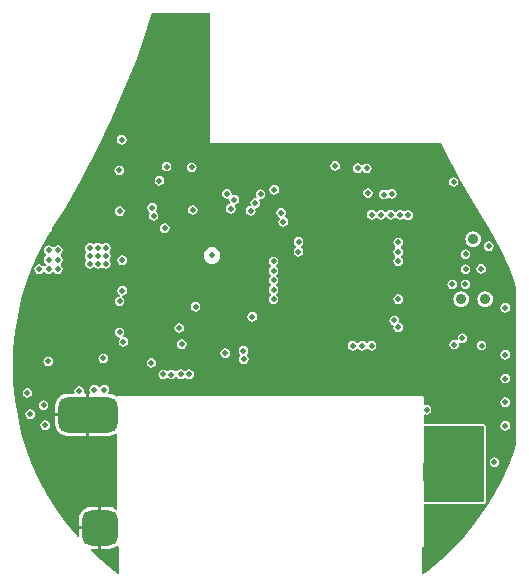
<source format=gtl>
G04*
G04 #@! TF.GenerationSoftware,Altium Limited,Altium Designer,19.1.9 (167)*
G04*
G04 Layer_Physical_Order=1*
G04 Layer_Color=255*
%FSAX25Y25*%
%MOIN*%
G70*
G01*
G75*
%ADD11C,0.00598*%
G04:AMPARAMS|DCode=12|XSize=118.11mil|YSize=118.11mil|CornerRadius=29.53mil|HoleSize=0mil|Usage=FLASHONLY|Rotation=90.000|XOffset=0mil|YOffset=0mil|HoleType=Round|Shape=RoundedRectangle|*
%AMROUNDEDRECTD12*
21,1,0.11811,0.05906,0,0,90.0*
21,1,0.05906,0.11811,0,0,90.0*
1,1,0.05906,0.02953,0.02953*
1,1,0.05906,0.02953,-0.02953*
1,1,0.05906,-0.02953,-0.02953*
1,1,0.05906,-0.02953,0.02953*
%
%ADD12ROUNDEDRECTD12*%
G04:AMPARAMS|DCode=13|XSize=118.11mil|YSize=196.85mil|CornerRadius=29.53mil|HoleSize=0mil|Usage=FLASHONLY|Rotation=90.000|XOffset=0mil|YOffset=0mil|HoleType=Round|Shape=RoundedRectangle|*
%AMROUNDEDRECTD13*
21,1,0.11811,0.13780,0,0,90.0*
21,1,0.05906,0.19685,0,0,90.0*
1,1,0.05906,0.06890,0.02953*
1,1,0.05906,0.06890,-0.02953*
1,1,0.05906,-0.06890,-0.02953*
1,1,0.05906,-0.06890,0.02953*
%
%ADD13ROUNDEDRECTD13*%
%ADD18R,0.20039X0.25472*%
%ADD19C,0.01968*%
%ADD20C,0.03543*%
G36*
X0765650Y3324228D02*
X0842608D01*
X0843603Y3322147D01*
X0848695Y3312413D01*
X0854131Y3302867D01*
X0858503Y3295789D01*
X0858503Y3295789D01*
X0858473Y3295770D01*
X0858729Y3295359D01*
X0860241Y3292926D01*
X0862895Y3287963D01*
X0865217Y3282836D01*
X0867200Y3277568D01*
X0867679Y3275988D01*
Y3223854D01*
X0867200Y3222274D01*
X0865217Y3217007D01*
X0862895Y3211880D01*
X0860241Y3206916D01*
X0857269Y3202137D01*
X0853991Y3197561D01*
X0850420Y3193211D01*
X0846573Y3189103D01*
X0842465Y3185255D01*
X0838114Y3181685D01*
X0836568Y3180577D01*
X0836123Y3180805D01*
X0836123Y3189405D01*
X0836582Y3189595D01*
X0836772Y3190054D01*
Y3203775D01*
X0856792D01*
X0857251Y3203965D01*
X0857442Y3204424D01*
Y3229897D01*
X0857251Y3230356D01*
X0856792Y3230546D01*
X0836772D01*
Y3233474D01*
X0837272Y3233767D01*
X0837737Y3233675D01*
X0838355Y3233798D01*
X0838879Y3234148D01*
X0839229Y3234672D01*
X0839352Y3235291D01*
X0839229Y3235909D01*
X0838879Y3236433D01*
X0838355Y3236783D01*
X0837737Y3236906D01*
X0837272Y3236813D01*
X0836772Y3237107D01*
Y3239346D01*
X0836582Y3239805D01*
X0836123Y3239995D01*
X0735335D01*
X0734876Y3239805D01*
X0734280Y3239672D01*
X0733746Y3240082D01*
X0732785Y3240480D01*
X0731805Y3240609D01*
X0731701Y3240759D01*
X0731569Y3241116D01*
X0731788Y3241444D01*
X0731911Y3242062D01*
X0731788Y3242680D01*
X0731438Y3243204D01*
X0730914Y3243555D01*
X0730296Y3243678D01*
X0729678Y3243555D01*
X0729154Y3243204D01*
X0728906Y3242834D01*
X0728408Y3242795D01*
X0728338Y3242815D01*
X0728131Y3243126D01*
X0727607Y3243476D01*
X0726989Y3243599D01*
X0726371Y3243476D01*
X0725847Y3243126D01*
X0725497Y3242602D01*
X0725374Y3241983D01*
X0725497Y3241365D01*
X0725663Y3241116D01*
X0725396Y3240616D01*
X0725363D01*
Y3233677D01*
Y3226737D01*
X0731753D01*
X0732785Y3226873D01*
X0733746Y3227271D01*
X0734186Y3227608D01*
X0734686Y3227362D01*
X0734686Y3202274D01*
X0734186Y3202028D01*
X0733746Y3202365D01*
X0732785Y3202764D01*
X0731753Y3202900D01*
X0729300D01*
Y3195960D01*
Y3189020D01*
X0731753D01*
X0732785Y3189156D01*
X0733746Y3189554D01*
X0734224Y3189921D01*
X0734815Y3189744D01*
X0734876Y3189595D01*
X0735335Y3189405D01*
Y3180841D01*
X0734891Y3180613D01*
X0733394Y3181685D01*
X0729044Y3185255D01*
X0725516Y3188560D01*
X0725740Y3189034D01*
X0725847Y3189020D01*
X0728300D01*
Y3195460D01*
X0721860D01*
Y3193118D01*
X0721425Y3192851D01*
X0721088Y3193211D01*
X0717518Y3197561D01*
X0714239Y3202137D01*
X0711267Y3206916D01*
X0708614Y3211880D01*
X0706291Y3217007D01*
X0704309Y3222274D01*
X0702675Y3227660D01*
X0701397Y3233141D01*
X0700480Y3238695D01*
X0699928Y3244296D01*
X0699744Y3249921D01*
X0699928Y3255547D01*
X0700480Y3261148D01*
X0701397Y3266701D01*
X0702675Y3272182D01*
X0704309Y3277568D01*
X0706291Y3282836D01*
X0708614Y3287963D01*
X0711267Y3292926D01*
X0712780Y3295359D01*
X0713035Y3295770D01*
X0713005Y3295789D01*
Y3295789D01*
X0717378Y3302867D01*
X0722814Y3312413D01*
X0727906Y3322147D01*
X0732647Y3332057D01*
X0737031Y3342130D01*
X0741053Y3352353D01*
X0744708Y3362712D01*
X0746180Y3367412D01*
X0765650D01*
Y3324228D01*
D02*
G37*
%LPC*%
G36*
X0736162Y3326945D02*
X0735544Y3326822D01*
X0735020Y3326472D01*
X0734670Y3325948D01*
X0734547Y3325330D01*
X0734670Y3324712D01*
X0735020Y3324188D01*
X0735544Y3323838D01*
X0736162Y3323714D01*
X0736780Y3323838D01*
X0737304Y3324188D01*
X0737654Y3324712D01*
X0737778Y3325330D01*
X0737654Y3325948D01*
X0737304Y3326472D01*
X0736780Y3326822D01*
X0736162Y3326945D01*
D02*
G37*
G36*
X0807271Y3318205D02*
X0806653Y3318082D01*
X0806129Y3317732D01*
X0805779Y3317208D01*
X0805656Y3316590D01*
X0805779Y3315972D01*
X0806129Y3315448D01*
X0806653Y3315097D01*
X0807271Y3314975D01*
X0807889Y3315097D01*
X0808414Y3315448D01*
X0808764Y3315972D01*
X0808887Y3316590D01*
X0808764Y3317208D01*
X0808414Y3317732D01*
X0807889Y3318082D01*
X0807271Y3318205D01*
D02*
G37*
G36*
X0751084Y3317969D02*
X0750465Y3317846D01*
X0749941Y3317496D01*
X0749591Y3316972D01*
X0749468Y3316354D01*
X0749591Y3315735D01*
X0749941Y3315211D01*
X0750465Y3314861D01*
X0751084Y3314738D01*
X0751702Y3314861D01*
X0752226Y3315211D01*
X0752576Y3315735D01*
X0752699Y3316354D01*
X0752576Y3316972D01*
X0752226Y3317496D01*
X0751702Y3317846D01*
X0751084Y3317969D01*
D02*
G37*
G36*
X0759469Y3317693D02*
X0758851Y3317570D01*
X0758327Y3317220D01*
X0757977Y3316696D01*
X0757854Y3316078D01*
X0757977Y3315460D01*
X0758327Y3314936D01*
X0758851Y3314585D01*
X0759469Y3314463D01*
X0760087Y3314585D01*
X0760611Y3314936D01*
X0760962Y3315460D01*
X0761085Y3316078D01*
X0760962Y3316696D01*
X0760611Y3317220D01*
X0760087Y3317570D01*
X0759469Y3317693D01*
D02*
G37*
G36*
X0814784Y3317457D02*
X0814166Y3317334D01*
X0813642Y3316984D01*
X0813292Y3316460D01*
X0813169Y3315842D01*
X0813292Y3315224D01*
X0813642Y3314700D01*
X0814166Y3314349D01*
X0814784Y3314227D01*
X0815402Y3314349D01*
X0815926Y3314700D01*
X0815953Y3314740D01*
X0816555D01*
X0816634Y3314621D01*
X0817158Y3314271D01*
X0817776Y3314148D01*
X0818394Y3314271D01*
X0818919Y3314621D01*
X0819269Y3315145D01*
X0819392Y3315763D01*
X0819269Y3316381D01*
X0818919Y3316905D01*
X0818394Y3317255D01*
X0817776Y3317378D01*
X0817158Y3317255D01*
X0816634Y3316905D01*
X0816607Y3316865D01*
X0816006D01*
X0815926Y3316984D01*
X0815402Y3317334D01*
X0814784Y3317457D01*
D02*
G37*
G36*
X0735257Y3316709D02*
X0734639Y3316586D01*
X0734115Y3316236D01*
X0733764Y3315712D01*
X0733641Y3315094D01*
X0733764Y3314476D01*
X0734115Y3313951D01*
X0734639Y3313601D01*
X0735257Y3313478D01*
X0735875Y3313601D01*
X0736399Y3313951D01*
X0736749Y3314476D01*
X0736872Y3315094D01*
X0736749Y3315712D01*
X0736399Y3316236D01*
X0735875Y3316586D01*
X0735257Y3316709D01*
D02*
G37*
G36*
X0748682Y3313244D02*
X0748064Y3313121D01*
X0747540Y3312771D01*
X0747190Y3312247D01*
X0747067Y3311629D01*
X0747190Y3311011D01*
X0747540Y3310487D01*
X0748064Y3310137D01*
X0748682Y3310014D01*
X0749300Y3310137D01*
X0749824Y3310487D01*
X0750174Y3311011D01*
X0750297Y3311629D01*
X0750174Y3312247D01*
X0749824Y3312771D01*
X0749300Y3313121D01*
X0748682Y3313244D01*
D02*
G37*
G36*
X0846713Y3312851D02*
X0846095Y3312727D01*
X0845571Y3312377D01*
X0845221Y3311853D01*
X0845098Y3311235D01*
X0845221Y3310617D01*
X0845571Y3310093D01*
X0846095Y3309743D01*
X0846713Y3309620D01*
X0847331Y3309743D01*
X0847855Y3310093D01*
X0848205Y3310617D01*
X0848328Y3311235D01*
X0848205Y3311853D01*
X0847855Y3312377D01*
X0847331Y3312727D01*
X0846713Y3312851D01*
D02*
G37*
G36*
X0826202Y3308953D02*
X0825583Y3308830D01*
X0825059Y3308480D01*
X0825009Y3308405D01*
X0824371Y3308349D01*
X0824064Y3308554D01*
X0823446Y3308678D01*
X0822828Y3308554D01*
X0822303Y3308204D01*
X0821953Y3307681D01*
X0821830Y3307062D01*
X0821953Y3306444D01*
X0822303Y3305920D01*
X0822828Y3305570D01*
X0823446Y3305447D01*
X0824064Y3305570D01*
X0824588Y3305920D01*
X0824772Y3306195D01*
X0825059D01*
X0825583Y3305846D01*
X0826202Y3305722D01*
X0826820Y3305846D01*
X0827344Y3306195D01*
X0827694Y3306720D01*
X0827817Y3307338D01*
X0827694Y3307956D01*
X0827344Y3308480D01*
X0826820Y3308830D01*
X0826202Y3308953D01*
D02*
G37*
G36*
X0786989Y3310252D02*
X0786371Y3310129D01*
X0785847Y3309779D01*
X0785497Y3309255D01*
X0785373Y3308637D01*
X0785497Y3308018D01*
X0785847Y3307494D01*
X0786371Y3307145D01*
X0786989Y3307021D01*
X0787607Y3307145D01*
X0788131Y3307494D01*
X0788481Y3308018D01*
X0788604Y3308637D01*
X0788481Y3309255D01*
X0788131Y3309779D01*
X0787607Y3310129D01*
X0786989Y3310252D01*
D02*
G37*
G36*
X0818195Y3309174D02*
X0817577Y3309052D01*
X0817052Y3308701D01*
X0816702Y3308178D01*
X0816579Y3307559D01*
X0816702Y3306941D01*
X0817052Y3306417D01*
X0817577Y3306067D01*
X0818195Y3305944D01*
X0818813Y3306067D01*
X0819337Y3306417D01*
X0819687Y3306941D01*
X0819810Y3307559D01*
X0819687Y3308178D01*
X0819337Y3308701D01*
X0818813Y3309052D01*
X0818195Y3309174D01*
D02*
G37*
G36*
X0782422Y3308756D02*
X0781804Y3308633D01*
X0781280Y3308283D01*
X0780930Y3307759D01*
X0780807Y3307141D01*
X0780930Y3306523D01*
X0781164Y3306172D01*
X0780864Y3305722D01*
X0780650Y3305764D01*
X0780032Y3305641D01*
X0779508Y3305291D01*
X0779158Y3304767D01*
X0779035Y3304149D01*
X0779113Y3303756D01*
X0779109Y3303491D01*
X0778767Y3303217D01*
X0778487Y3303161D01*
X0777963Y3302811D01*
X0777613Y3302287D01*
X0777490Y3301669D01*
X0777613Y3301051D01*
X0777963Y3300526D01*
X0778487Y3300176D01*
X0779105Y3300053D01*
X0779723Y3300176D01*
X0780247Y3300526D01*
X0780597Y3301051D01*
X0780720Y3301669D01*
X0780642Y3302061D01*
X0780647Y3302326D01*
X0780989Y3302601D01*
X0781269Y3302657D01*
X0781793Y3303007D01*
X0782143Y3303531D01*
X0782266Y3304149D01*
X0782143Y3304767D01*
X0781908Y3305118D01*
X0782209Y3305568D01*
X0782422Y3305526D01*
X0783040Y3305648D01*
X0783564Y3305999D01*
X0783914Y3306523D01*
X0784037Y3307141D01*
X0783914Y3307759D01*
X0783564Y3308283D01*
X0783040Y3308633D01*
X0782422Y3308756D01*
D02*
G37*
G36*
X0828898Y3301937D02*
X0828280Y3301814D01*
X0827756Y3301464D01*
X0827624Y3301267D01*
X0827023D01*
X0826891Y3301464D01*
X0826367Y3301814D01*
X0825749Y3301937D01*
X0825131Y3301814D01*
X0824607Y3301464D01*
X0824455Y3301237D01*
X0823854D01*
X0823702Y3301464D01*
X0823178Y3301814D01*
X0822560Y3301937D01*
X0821942Y3301814D01*
X0821418Y3301464D01*
X0821305Y3301296D01*
X0820704D01*
X0820592Y3301464D01*
X0820068Y3301814D01*
X0819450Y3301937D01*
X0818832Y3301814D01*
X0818307Y3301464D01*
X0817957Y3300940D01*
X0817834Y3300322D01*
X0817957Y3299704D01*
X0818307Y3299180D01*
X0818832Y3298830D01*
X0819450Y3298707D01*
X0820068Y3298830D01*
X0820592Y3299180D01*
X0820704Y3299348D01*
X0821305D01*
X0821418Y3299180D01*
X0821942Y3298830D01*
X0822560Y3298707D01*
X0823178Y3298830D01*
X0823702Y3299180D01*
X0823854Y3299407D01*
X0824455D01*
X0824607Y3299180D01*
X0825131Y3298830D01*
X0825749Y3298707D01*
X0826367Y3298830D01*
X0826891Y3299180D01*
X0827023Y3299377D01*
X0827624D01*
X0827756Y3299180D01*
X0828280Y3298830D01*
X0828898Y3298707D01*
X0829517Y3298830D01*
X0829859Y3299059D01*
X0830453Y3299070D01*
X0830977Y3298719D01*
X0831595Y3298597D01*
X0832213Y3298719D01*
X0832738Y3299070D01*
X0833088Y3299594D01*
X0833211Y3300212D01*
X0833088Y3300830D01*
X0832738Y3301354D01*
X0832213Y3301704D01*
X0831595Y3301827D01*
X0830977Y3301704D01*
X0830635Y3301475D01*
X0830041Y3301464D01*
X0829517Y3301814D01*
X0828898Y3301937D01*
D02*
G37*
G36*
X0771202Y3308953D02*
X0770583Y3308830D01*
X0770059Y3308480D01*
X0769709Y3307956D01*
X0769586Y3307338D01*
X0769709Y3306720D01*
X0770059Y3306195D01*
X0770583Y3305846D01*
X0771202Y3305722D01*
X0771571Y3305796D01*
X0772002Y3305415D01*
X0772004Y3305411D01*
X0771988Y3305330D01*
X0772111Y3304712D01*
X0772299Y3304430D01*
X0772091Y3303880D01*
X0771843Y3303830D01*
X0771319Y3303480D01*
X0770969Y3302956D01*
X0770846Y3302338D01*
X0770969Y3301720D01*
X0771319Y3301196D01*
X0771843Y3300845D01*
X0772461Y3300723D01*
X0773080Y3300845D01*
X0773604Y3301196D01*
X0773954Y3301720D01*
X0774077Y3302338D01*
X0773954Y3302956D01*
X0773766Y3303237D01*
X0773974Y3303788D01*
X0774221Y3303838D01*
X0774745Y3304188D01*
X0775096Y3304712D01*
X0775218Y3305330D01*
X0775096Y3305948D01*
X0774745Y3306472D01*
X0774221Y3306822D01*
X0773603Y3306945D01*
X0773234Y3306872D01*
X0772802Y3307253D01*
X0772801Y3307257D01*
X0772817Y3307338D01*
X0772694Y3307956D01*
X0772344Y3308480D01*
X0771820Y3308830D01*
X0771202Y3308953D01*
D02*
G37*
G36*
X0759824Y3303520D02*
X0759205Y3303397D01*
X0758681Y3303047D01*
X0758331Y3302523D01*
X0758208Y3301905D01*
X0758331Y3301287D01*
X0758681Y3300763D01*
X0759205Y3300412D01*
X0759824Y3300290D01*
X0760442Y3300412D01*
X0760966Y3300763D01*
X0761316Y3301287D01*
X0761439Y3301905D01*
X0761316Y3302523D01*
X0760966Y3303047D01*
X0760442Y3303397D01*
X0759824Y3303520D01*
D02*
G37*
G36*
X0735454Y3303087D02*
X0734835Y3302964D01*
X0734311Y3302614D01*
X0733961Y3302090D01*
X0733838Y3301472D01*
X0733961Y3300853D01*
X0734311Y3300330D01*
X0734835Y3299979D01*
X0735454Y3299857D01*
X0736072Y3299979D01*
X0736596Y3300330D01*
X0736946Y3300853D01*
X0737069Y3301472D01*
X0736946Y3302090D01*
X0736596Y3302614D01*
X0736072Y3302964D01*
X0735454Y3303087D01*
D02*
G37*
G36*
X0746241Y3304229D02*
X0745623Y3304106D01*
X0745099Y3303756D01*
X0744749Y3303231D01*
X0744626Y3302613D01*
X0744749Y3301995D01*
X0745099Y3301471D01*
X0745268Y3301358D01*
X0745588Y3301060D01*
X0745396Y3300717D01*
X0745260Y3300515D01*
X0745138Y3299897D01*
X0745260Y3299279D01*
X0745611Y3298755D01*
X0746135Y3298404D01*
X0746753Y3298281D01*
X0747371Y3298404D01*
X0747895Y3298755D01*
X0748245Y3299279D01*
X0748368Y3299897D01*
X0748245Y3300515D01*
X0747895Y3301039D01*
X0747726Y3301152D01*
X0747405Y3301450D01*
X0747598Y3301793D01*
X0747733Y3301995D01*
X0747856Y3302613D01*
X0747733Y3303231D01*
X0747383Y3303756D01*
X0746859Y3304106D01*
X0746241Y3304229D01*
D02*
G37*
G36*
X0789233Y3302654D02*
X0788615Y3302531D01*
X0788091Y3302181D01*
X0787741Y3301657D01*
X0787618Y3301039D01*
X0787741Y3300420D01*
X0788091Y3299896D01*
X0788572Y3299575D01*
X0788630Y3299482D01*
X0788744Y3299011D01*
X0788489Y3298628D01*
X0788366Y3298010D01*
X0788489Y3297392D01*
X0788839Y3296868D01*
X0789363Y3296518D01*
X0789981Y3296395D01*
X0790599Y3296518D01*
X0791123Y3296868D01*
X0791473Y3297392D01*
X0791596Y3298010D01*
X0791473Y3298628D01*
X0791123Y3299152D01*
X0790642Y3299474D01*
X0790584Y3299566D01*
X0790470Y3300038D01*
X0790725Y3300420D01*
X0790848Y3301039D01*
X0790725Y3301657D01*
X0790375Y3302181D01*
X0789851Y3302531D01*
X0789233Y3302654D01*
D02*
G37*
G36*
X0750493Y3297496D02*
X0749875Y3297374D01*
X0749351Y3297023D01*
X0749001Y3296499D01*
X0748878Y3295881D01*
X0749001Y3295263D01*
X0749351Y3294739D01*
X0749875Y3294389D01*
X0750493Y3294266D01*
X0751111Y3294389D01*
X0751635Y3294739D01*
X0751985Y3295263D01*
X0752108Y3295881D01*
X0751985Y3296499D01*
X0751635Y3297023D01*
X0751111Y3297374D01*
X0750493Y3297496D01*
D02*
G37*
G36*
X0730808Y3290882D02*
X0730190Y3290759D01*
X0729837Y3290524D01*
X0729489Y3290448D01*
X0729141Y3290524D01*
X0728788Y3290759D01*
X0728170Y3290882D01*
X0727552Y3290759D01*
X0727028Y3290409D01*
X0726675D01*
X0726150Y3290759D01*
X0725532Y3290882D01*
X0724914Y3290759D01*
X0724390Y3290409D01*
X0724040Y3289885D01*
X0723917Y3289267D01*
X0724040Y3288649D01*
X0724276Y3288296D01*
X0724352Y3287948D01*
X0724276Y3287600D01*
X0724040Y3287247D01*
X0723917Y3286629D01*
X0724040Y3286011D01*
X0724276Y3285658D01*
X0724352Y3285310D01*
X0724276Y3284962D01*
X0724040Y3284610D01*
X0723917Y3283991D01*
X0724040Y3283373D01*
X0724390Y3282849D01*
X0724914Y3282499D01*
X0725532Y3282376D01*
X0726150Y3282499D01*
X0726675Y3282849D01*
X0727028D01*
X0727552Y3282499D01*
X0728170Y3282376D01*
X0728788Y3282499D01*
X0729141Y3282735D01*
X0729489Y3282811D01*
X0729837Y3282735D01*
X0730190Y3282499D01*
X0730808Y3282376D01*
X0731426Y3282499D01*
X0731950Y3282849D01*
X0732300Y3283373D01*
X0732423Y3283991D01*
X0732300Y3284610D01*
X0732065Y3284962D01*
X0731989Y3285310D01*
X0732065Y3285658D01*
X0732300Y3286011D01*
X0732423Y3286629D01*
X0732300Y3287247D01*
X0732065Y3287600D01*
X0731989Y3287948D01*
X0732065Y3288296D01*
X0732300Y3288649D01*
X0732423Y3289267D01*
X0732300Y3289885D01*
X0731950Y3290409D01*
X0731426Y3290759D01*
X0730808Y3290882D01*
D02*
G37*
G36*
X0853249Y3294761D02*
X0852581Y3294673D01*
X0851958Y3294415D01*
X0851424Y3294005D01*
X0851014Y3293471D01*
X0850756Y3292848D01*
X0850668Y3292180D01*
X0850756Y3291512D01*
X0851014Y3290890D01*
X0851424Y3290356D01*
X0851958Y3289945D01*
X0852581Y3289687D01*
X0853249Y3289600D01*
X0853917Y3289687D01*
X0854539Y3289945D01*
X0855074Y3290356D01*
X0855484Y3290890D01*
X0855742Y3291512D01*
X0855830Y3292180D01*
X0855742Y3292848D01*
X0855484Y3293471D01*
X0855074Y3294005D01*
X0854539Y3294415D01*
X0853917Y3294673D01*
X0853249Y3294761D01*
D02*
G37*
G36*
X0714863Y3290095D02*
X0714245Y3289972D01*
X0713721Y3289622D01*
X0713589Y3289424D01*
X0712988D01*
X0712856Y3289622D01*
X0712331Y3289972D01*
X0711713Y3290095D01*
X0711095Y3289972D01*
X0710571Y3289622D01*
X0710221Y3289098D01*
X0710098Y3288480D01*
X0710221Y3287861D01*
X0710571Y3287337D01*
X0710769Y3287206D01*
Y3286604D01*
X0710571Y3286472D01*
X0710221Y3285948D01*
X0710098Y3285330D01*
X0710221Y3284712D01*
X0710571Y3284188D01*
X0710769Y3284056D01*
Y3283488D01*
X0710666Y3283386D01*
X0710571Y3283323D01*
X0710508Y3283228D01*
X0710405Y3283125D01*
X0709838D01*
X0709706Y3283323D01*
X0709182Y3283673D01*
X0708564Y3283796D01*
X0707946Y3283673D01*
X0707422Y3283323D01*
X0707071Y3282798D01*
X0706949Y3282180D01*
X0707071Y3281562D01*
X0707422Y3281038D01*
X0707946Y3280688D01*
X0708564Y3280565D01*
X0709182Y3280688D01*
X0709706Y3281038D01*
X0709838Y3281236D01*
X0710439D01*
X0710571Y3281038D01*
X0711095Y3280688D01*
X0711713Y3280565D01*
X0712331Y3280688D01*
X0712856Y3281038D01*
X0712988Y3281236D01*
X0713589D01*
X0713721Y3281038D01*
X0714245Y3280688D01*
X0714863Y3280565D01*
X0715481Y3280688D01*
X0716005Y3281038D01*
X0716355Y3281562D01*
X0716478Y3282180D01*
X0716355Y3282798D01*
X0716005Y3283323D01*
X0715808Y3283455D01*
Y3284056D01*
X0716005Y3284188D01*
X0716355Y3284712D01*
X0716478Y3285330D01*
X0716355Y3285948D01*
X0716005Y3286472D01*
X0715808Y3286604D01*
Y3287206D01*
X0716005Y3287337D01*
X0716355Y3287861D01*
X0716478Y3288480D01*
X0716355Y3289098D01*
X0716005Y3289622D01*
X0715481Y3289972D01*
X0714863Y3290095D01*
D02*
G37*
G36*
X0858446Y3291433D02*
X0857827Y3291311D01*
X0857304Y3290960D01*
X0856953Y3290436D01*
X0856830Y3289818D01*
X0856953Y3289200D01*
X0857304Y3288676D01*
X0857827Y3288326D01*
X0858446Y3288203D01*
X0859064Y3288326D01*
X0859588Y3288676D01*
X0859938Y3289200D01*
X0860061Y3289818D01*
X0859938Y3290436D01*
X0859588Y3290960D01*
X0859064Y3291311D01*
X0858446Y3291433D01*
D02*
G37*
G36*
X0795060Y3292929D02*
X0794442Y3292807D01*
X0793918Y3292456D01*
X0793568Y3291932D01*
X0793445Y3291314D01*
X0793568Y3290696D01*
X0793918Y3290172D01*
X0794248Y3289952D01*
X0794260Y3289914D01*
X0794240Y3289391D01*
X0793878Y3289149D01*
X0793528Y3288625D01*
X0793405Y3288007D01*
X0793528Y3287389D01*
X0793878Y3286865D01*
X0794402Y3286515D01*
X0795020Y3286392D01*
X0795639Y3286515D01*
X0796163Y3286865D01*
X0796513Y3287389D01*
X0796636Y3288007D01*
X0796513Y3288625D01*
X0796163Y3289149D01*
X0795833Y3289370D01*
X0795820Y3289407D01*
X0795840Y3289930D01*
X0796202Y3290172D01*
X0796552Y3290696D01*
X0796675Y3291314D01*
X0796552Y3291932D01*
X0796202Y3292456D01*
X0795678Y3292807D01*
X0795060Y3292929D01*
D02*
G37*
G36*
X0850749Y3288795D02*
X0850131Y3288673D01*
X0849607Y3288322D01*
X0849257Y3287798D01*
X0849133Y3287180D01*
X0849257Y3286562D01*
X0849607Y3286038D01*
X0850131Y3285688D01*
X0850749Y3285565D01*
X0851367Y3285688D01*
X0851891Y3286038D01*
X0852241Y3286562D01*
X0852364Y3287180D01*
X0852241Y3287798D01*
X0851891Y3288322D01*
X0851367Y3288673D01*
X0850749Y3288795D01*
D02*
G37*
G36*
X0766202Y3289537D02*
X0765480Y3289441D01*
X0764807Y3289163D01*
X0764229Y3288720D01*
X0763786Y3288142D01*
X0763507Y3287469D01*
X0763412Y3286747D01*
X0763507Y3286025D01*
X0763786Y3285353D01*
X0764229Y3284775D01*
X0764807Y3284332D01*
X0765480Y3284053D01*
X0766202Y3283958D01*
X0766924Y3284053D01*
X0767596Y3284332D01*
X0768174Y3284775D01*
X0768617Y3285353D01*
X0768896Y3286025D01*
X0768991Y3286747D01*
X0768896Y3287469D01*
X0768617Y3288142D01*
X0768174Y3288720D01*
X0767596Y3289163D01*
X0766924Y3289441D01*
X0766202Y3289537D01*
D02*
G37*
G36*
X0736280Y3286827D02*
X0735662Y3286704D01*
X0735138Y3286354D01*
X0734788Y3285830D01*
X0734665Y3285212D01*
X0734788Y3284594D01*
X0735138Y3284069D01*
X0735662Y3283720D01*
X0736280Y3283596D01*
X0736899Y3283720D01*
X0737423Y3284069D01*
X0737773Y3284594D01*
X0737896Y3285212D01*
X0737773Y3285830D01*
X0737423Y3286354D01*
X0736899Y3286704D01*
X0736280Y3286827D01*
D02*
G37*
G36*
X0828249Y3292725D02*
X0827631Y3292602D01*
X0827107Y3292252D01*
X0826756Y3291727D01*
X0826633Y3291109D01*
X0826756Y3290491D01*
X0827107Y3289967D01*
X0827334Y3289816D01*
Y3289214D01*
X0827107Y3289063D01*
X0826756Y3288539D01*
X0826633Y3287920D01*
X0826756Y3287302D01*
X0827107Y3286778D01*
X0827275Y3286666D01*
Y3286065D01*
X0827107Y3285952D01*
X0826756Y3285428D01*
X0826633Y3284810D01*
X0826756Y3284192D01*
X0827107Y3283668D01*
X0827631Y3283318D01*
X0828249Y3283195D01*
X0828867Y3283318D01*
X0829391Y3283668D01*
X0829741Y3284192D01*
X0829864Y3284810D01*
X0829741Y3285428D01*
X0829391Y3285952D01*
X0829223Y3286065D01*
Y3286666D01*
X0829391Y3286778D01*
X0829741Y3287302D01*
X0829864Y3287920D01*
X0829741Y3288539D01*
X0829391Y3289063D01*
X0829164Y3289214D01*
Y3289816D01*
X0829391Y3289967D01*
X0829741Y3290491D01*
X0829864Y3291109D01*
X0829741Y3291727D01*
X0829391Y3292252D01*
X0828867Y3292602D01*
X0828249Y3292725D01*
D02*
G37*
G36*
X0855954Y3283874D02*
X0855336Y3283751D01*
X0854812Y3283401D01*
X0854462Y3282877D01*
X0854339Y3282259D01*
X0854462Y3281641D01*
X0854812Y3281117D01*
X0855336Y3280767D01*
X0855954Y3280644D01*
X0856573Y3280767D01*
X0857097Y3281117D01*
X0857447Y3281641D01*
X0857570Y3282259D01*
X0857447Y3282877D01*
X0857097Y3283401D01*
X0856573Y3283751D01*
X0855954Y3283874D01*
D02*
G37*
G36*
X0850749Y3283796D02*
X0850131Y3283673D01*
X0849607Y3283323D01*
X0849257Y3282798D01*
X0849133Y3282180D01*
X0849257Y3281562D01*
X0849607Y3281038D01*
X0850131Y3280688D01*
X0850749Y3280565D01*
X0851367Y3280688D01*
X0851891Y3281038D01*
X0852241Y3281562D01*
X0852364Y3282180D01*
X0852241Y3282798D01*
X0851891Y3283323D01*
X0851367Y3283673D01*
X0850749Y3283796D01*
D02*
G37*
G36*
X0850670Y3278717D02*
X0850052Y3278594D01*
X0849528Y3278244D01*
X0849178Y3277720D01*
X0849055Y3277102D01*
X0849178Y3276484D01*
X0849528Y3275959D01*
X0850052Y3275609D01*
X0850670Y3275486D01*
X0851288Y3275609D01*
X0851812Y3275959D01*
X0852162Y3276484D01*
X0852285Y3277102D01*
X0852162Y3277720D01*
X0851812Y3278244D01*
X0851288Y3278594D01*
X0850670Y3278717D01*
D02*
G37*
G36*
X0846320D02*
X0845702Y3278594D01*
X0845177Y3278244D01*
X0844827Y3277720D01*
X0844704Y3277102D01*
X0844827Y3276484D01*
X0845177Y3275959D01*
X0845702Y3275609D01*
X0846320Y3275486D01*
X0846938Y3275609D01*
X0847462Y3275959D01*
X0847812Y3276484D01*
X0847935Y3277102D01*
X0847812Y3277720D01*
X0847462Y3278244D01*
X0846938Y3278594D01*
X0846320Y3278717D01*
D02*
G37*
G36*
X0828249Y3273827D02*
X0827631Y3273704D01*
X0827107Y3273354D01*
X0826756Y3272830D01*
X0826633Y3272212D01*
X0826756Y3271594D01*
X0827107Y3271070D01*
X0827631Y3270720D01*
X0828249Y3270596D01*
X0828867Y3270720D01*
X0829391Y3271070D01*
X0829741Y3271594D01*
X0829864Y3272212D01*
X0829741Y3272830D01*
X0829391Y3273354D01*
X0828867Y3273704D01*
X0828249Y3273827D01*
D02*
G37*
G36*
X0786753Y3286394D02*
X0786135Y3286271D01*
X0785611Y3285921D01*
X0785260Y3285397D01*
X0785138Y3284779D01*
X0785260Y3284161D01*
X0785611Y3283636D01*
X0785810Y3283503D01*
Y3282902D01*
X0785614Y3282771D01*
X0785264Y3282247D01*
X0785141Y3281629D01*
X0785264Y3281011D01*
X0785614Y3280487D01*
X0785812Y3280355D01*
Y3279754D01*
X0785614Y3279622D01*
X0785264Y3279098D01*
X0785141Y3278479D01*
X0785264Y3277861D01*
X0785614Y3277337D01*
X0785810Y3277207D01*
Y3276605D01*
X0785611Y3276472D01*
X0785260Y3275948D01*
X0785138Y3275330D01*
X0785260Y3274712D01*
X0785611Y3274188D01*
X0785808Y3274056D01*
Y3273455D01*
X0785611Y3273323D01*
X0785260Y3272799D01*
X0785138Y3272180D01*
X0785260Y3271562D01*
X0785611Y3271038D01*
X0786135Y3270688D01*
X0786753Y3270565D01*
X0787371Y3270688D01*
X0787895Y3271038D01*
X0788245Y3271562D01*
X0788368Y3272180D01*
X0788245Y3272799D01*
X0787895Y3273323D01*
X0787698Y3273455D01*
Y3274056D01*
X0787895Y3274188D01*
X0788245Y3274712D01*
X0788368Y3275330D01*
X0788245Y3275948D01*
X0787895Y3276472D01*
X0787699Y3276603D01*
Y3277204D01*
X0787899Y3277337D01*
X0788249Y3277861D01*
X0788372Y3278479D01*
X0788249Y3279098D01*
X0787899Y3279622D01*
X0787701Y3279754D01*
Y3280355D01*
X0787899Y3280487D01*
X0788249Y3281011D01*
X0788372Y3281629D01*
X0788249Y3282247D01*
X0787899Y3282771D01*
X0787699Y3282904D01*
Y3283506D01*
X0787895Y3283636D01*
X0788245Y3284161D01*
X0788368Y3284779D01*
X0788245Y3285397D01*
X0787895Y3285921D01*
X0787371Y3286271D01*
X0786753Y3286394D01*
D02*
G37*
G36*
X0736320Y3276551D02*
X0735702Y3276429D01*
X0735178Y3276078D01*
X0734827Y3275554D01*
X0734704Y3274936D01*
X0734827Y3274318D01*
X0735178Y3273794D01*
X0735581Y3273524D01*
X0735431Y3273096D01*
X0735399Y3273045D01*
X0734796Y3272924D01*
X0734272Y3272575D01*
X0733922Y3272050D01*
X0733799Y3271432D01*
X0733922Y3270814D01*
X0734272Y3270290D01*
X0734796Y3269940D01*
X0735414Y3269817D01*
X0736032Y3269940D01*
X0736556Y3270290D01*
X0736906Y3270814D01*
X0737030Y3271432D01*
X0736906Y3272050D01*
X0736556Y3272575D01*
X0736152Y3272844D01*
X0736303Y3273273D01*
X0736335Y3273324D01*
X0736938Y3273444D01*
X0737462Y3273794D01*
X0737812Y3274318D01*
X0737935Y3274936D01*
X0737812Y3275554D01*
X0737462Y3276078D01*
X0736938Y3276429D01*
X0736320Y3276551D01*
D02*
G37*
G36*
X0857249Y3274761D02*
X0856581Y3274673D01*
X0855958Y3274415D01*
X0855424Y3274005D01*
X0855014Y3273471D01*
X0854756Y3272848D01*
X0854668Y3272180D01*
X0854756Y3271512D01*
X0855014Y3270890D01*
X0855424Y3270356D01*
X0855958Y3269945D01*
X0856581Y3269688D01*
X0857249Y3269600D01*
X0857917Y3269688D01*
X0858539Y3269945D01*
X0859074Y3270356D01*
X0859484Y3270890D01*
X0859742Y3271512D01*
X0859830Y3272180D01*
X0859742Y3272848D01*
X0859484Y3273471D01*
X0859074Y3274005D01*
X0858539Y3274415D01*
X0857917Y3274673D01*
X0857249Y3274761D01*
D02*
G37*
G36*
X0849249Y3274761D02*
X0848581Y3274673D01*
X0847958Y3274415D01*
X0847424Y3274005D01*
X0847014Y3273471D01*
X0846756Y3272848D01*
X0846668Y3272180D01*
X0846756Y3271512D01*
X0847014Y3270890D01*
X0847424Y3270356D01*
X0847958Y3269945D01*
X0848581Y3269688D01*
X0849249Y3269600D01*
X0849917Y3269688D01*
X0850539Y3269945D01*
X0851074Y3270356D01*
X0851484Y3270890D01*
X0851742Y3271512D01*
X0851830Y3272180D01*
X0851742Y3272848D01*
X0851484Y3273471D01*
X0851074Y3274005D01*
X0850539Y3274415D01*
X0849917Y3274673D01*
X0849249Y3274761D01*
D02*
G37*
G36*
X0760729Y3271276D02*
X0760111Y3271153D01*
X0759587Y3270803D01*
X0759237Y3270279D01*
X0759114Y3269661D01*
X0759237Y3269043D01*
X0759587Y3268518D01*
X0760111Y3268168D01*
X0760729Y3268045D01*
X0761347Y3268168D01*
X0761871Y3268518D01*
X0762221Y3269043D01*
X0762344Y3269661D01*
X0762221Y3270279D01*
X0761871Y3270803D01*
X0761347Y3271153D01*
X0760729Y3271276D01*
D02*
G37*
G36*
X0863958Y3270962D02*
X0863340Y3270839D01*
X0862816Y3270489D01*
X0862466Y3269965D01*
X0862343Y3269347D01*
X0862466Y3268729D01*
X0862816Y3268204D01*
X0863340Y3267854D01*
X0863958Y3267731D01*
X0864577Y3267854D01*
X0865100Y3268204D01*
X0865451Y3268729D01*
X0865574Y3269347D01*
X0865451Y3269965D01*
X0865100Y3270489D01*
X0864577Y3270839D01*
X0863958Y3270962D01*
D02*
G37*
G36*
X0779627Y3267929D02*
X0779009Y3267807D01*
X0778485Y3267456D01*
X0778134Y3266932D01*
X0778012Y3266314D01*
X0778134Y3265696D01*
X0778485Y3265172D01*
X0779009Y3264822D01*
X0779627Y3264699D01*
X0780245Y3264822D01*
X0780769Y3265172D01*
X0781119Y3265696D01*
X0781242Y3266314D01*
X0781119Y3266932D01*
X0780769Y3267456D01*
X0780245Y3267807D01*
X0779627Y3267929D01*
D02*
G37*
G36*
X0826960Y3266722D02*
X0826342Y3266599D01*
X0825818Y3266248D01*
X0825467Y3265725D01*
X0825344Y3265106D01*
X0825467Y3264488D01*
X0825818Y3263964D01*
X0826342Y3263614D01*
X0826355Y3263608D01*
X0826730Y3263338D01*
X0826672Y3262958D01*
X0826633Y3262763D01*
X0826688Y3262490D01*
X0826756Y3262145D01*
X0827107Y3261621D01*
X0827631Y3261271D01*
X0828249Y3261148D01*
X0828867Y3261271D01*
X0829391Y3261621D01*
X0829741Y3262145D01*
X0829864Y3262763D01*
X0829741Y3263381D01*
X0829391Y3263905D01*
X0828867Y3264255D01*
X0828867Y3264255D01*
X0828854Y3264262D01*
X0828452Y3264488D01*
X0828575Y3265106D01*
X0828452Y3265725D01*
X0828102Y3266248D01*
X0827578Y3266599D01*
X0826960Y3266722D01*
D02*
G37*
G36*
X0755271Y3264180D02*
X0754653Y3264057D01*
X0754129Y3263707D01*
X0753779Y3263183D01*
X0753656Y3262564D01*
X0753779Y3261946D01*
X0754129Y3261422D01*
X0754653Y3261072D01*
X0755271Y3260949D01*
X0755889Y3261072D01*
X0756413Y3261422D01*
X0756763Y3261946D01*
X0756886Y3262564D01*
X0756763Y3263183D01*
X0756413Y3263707D01*
X0755889Y3264057D01*
X0755271Y3264180D01*
D02*
G37*
G36*
X0849666Y3260843D02*
X0849048Y3260720D01*
X0848524Y3260370D01*
X0848174Y3259846D01*
X0848051Y3259228D01*
X0848141Y3258773D01*
X0847725Y3258449D01*
X0847568Y3258554D01*
X0846950Y3258678D01*
X0846332Y3258554D01*
X0845807Y3258204D01*
X0845457Y3257681D01*
X0845334Y3257062D01*
X0845457Y3256444D01*
X0845807Y3255920D01*
X0846332Y3255570D01*
X0846950Y3255447D01*
X0847568Y3255570D01*
X0848092Y3255920D01*
X0848442Y3256444D01*
X0848565Y3257062D01*
X0848474Y3257517D01*
X0848890Y3257840D01*
X0849048Y3257735D01*
X0849666Y3257612D01*
X0850284Y3257735D01*
X0850808Y3258085D01*
X0851159Y3258609D01*
X0851281Y3259228D01*
X0851159Y3259846D01*
X0850808Y3260370D01*
X0850284Y3260720D01*
X0849666Y3260843D01*
D02*
G37*
G36*
X0819410Y3258228D02*
X0818792Y3258105D01*
X0818268Y3257755D01*
X0818156Y3257587D01*
X0817554D01*
X0817442Y3257755D01*
X0816918Y3258105D01*
X0816300Y3258228D01*
X0815682Y3258105D01*
X0815158Y3257755D01*
X0815033Y3257568D01*
X0814431D01*
X0814306Y3257755D01*
X0813782Y3258105D01*
X0813164Y3258228D01*
X0812546Y3258105D01*
X0812022Y3257755D01*
X0811672Y3257231D01*
X0811549Y3256613D01*
X0811672Y3255995D01*
X0812022Y3255471D01*
X0812546Y3255120D01*
X0813164Y3254998D01*
X0813782Y3255120D01*
X0814306Y3255471D01*
X0814431Y3255658D01*
X0815033D01*
X0815158Y3255471D01*
X0815682Y3255120D01*
X0816300Y3254998D01*
X0816918Y3255120D01*
X0817442Y3255471D01*
X0817554Y3255639D01*
X0818156D01*
X0818268Y3255471D01*
X0818792Y3255120D01*
X0819410Y3254998D01*
X0820028Y3255120D01*
X0820552Y3255471D01*
X0820903Y3255995D01*
X0821025Y3256613D01*
X0820903Y3257231D01*
X0820552Y3257755D01*
X0820028Y3258105D01*
X0819410Y3258228D01*
D02*
G37*
G36*
X0735414Y3262733D02*
X0734796Y3262610D01*
X0734272Y3262260D01*
X0733922Y3261736D01*
X0733799Y3261117D01*
X0733922Y3260499D01*
X0734272Y3259975D01*
X0734796Y3259625D01*
X0735264Y3259532D01*
X0735378Y3259352D01*
X0735458Y3259131D01*
X0735471Y3259019D01*
X0735182Y3258586D01*
X0735059Y3257968D01*
X0735182Y3257350D01*
X0735532Y3256826D01*
X0736056Y3256475D01*
X0736674Y3256352D01*
X0737292Y3256475D01*
X0737816Y3256826D01*
X0738166Y3257350D01*
X0738289Y3257968D01*
X0738166Y3258586D01*
X0737816Y3259110D01*
X0737292Y3259460D01*
X0736825Y3259553D01*
X0736710Y3259733D01*
X0736630Y3259954D01*
X0736617Y3260065D01*
X0736906Y3260499D01*
X0737030Y3261117D01*
X0736906Y3261736D01*
X0736556Y3262260D01*
X0736032Y3262610D01*
X0735414Y3262733D01*
D02*
G37*
G36*
X0756123Y3258796D02*
X0755505Y3258673D01*
X0754981Y3258323D01*
X0754631Y3257798D01*
X0754507Y3257180D01*
X0754631Y3256562D01*
X0754981Y3256038D01*
X0755505Y3255688D01*
X0756123Y3255565D01*
X0756741Y3255688D01*
X0757265Y3256038D01*
X0757615Y3256562D01*
X0757738Y3257180D01*
X0757615Y3257798D01*
X0757265Y3258323D01*
X0756741Y3258673D01*
X0756123Y3258796D01*
D02*
G37*
G36*
X0856083Y3258323D02*
X0855465Y3258200D01*
X0854941Y3257850D01*
X0854591Y3257326D01*
X0854468Y3256708D01*
X0854591Y3256090D01*
X0854941Y3255566D01*
X0855465Y3255215D01*
X0856083Y3255093D01*
X0856702Y3255215D01*
X0857226Y3255566D01*
X0857576Y3256090D01*
X0857699Y3256708D01*
X0857576Y3257326D01*
X0857226Y3257850D01*
X0856702Y3258200D01*
X0856083Y3258323D01*
D02*
G37*
G36*
X0770611Y3255843D02*
X0769993Y3255720D01*
X0769469Y3255370D01*
X0769119Y3254846D01*
X0768996Y3254227D01*
X0769119Y3253609D01*
X0769469Y3253085D01*
X0769993Y3252735D01*
X0770611Y3252612D01*
X0771229Y3252735D01*
X0771753Y3253085D01*
X0772103Y3253609D01*
X0772226Y3254227D01*
X0772103Y3254846D01*
X0771753Y3255370D01*
X0771229Y3255720D01*
X0770611Y3255843D01*
D02*
G37*
G36*
X0863958Y3255214D02*
X0863340Y3255091D01*
X0862816Y3254741D01*
X0862466Y3254217D01*
X0862343Y3253599D01*
X0862466Y3252980D01*
X0862816Y3252456D01*
X0863340Y3252106D01*
X0863958Y3251983D01*
X0864577Y3252106D01*
X0865100Y3252456D01*
X0865451Y3252980D01*
X0865574Y3253599D01*
X0865451Y3254217D01*
X0865100Y3254741D01*
X0864577Y3255091D01*
X0863958Y3255214D01*
D02*
G37*
G36*
X0729981Y3254026D02*
X0729363Y3253903D01*
X0728839Y3253553D01*
X0728489Y3253029D01*
X0728366Y3252411D01*
X0728489Y3251793D01*
X0728839Y3251269D01*
X0729363Y3250919D01*
X0729981Y3250795D01*
X0730599Y3250919D01*
X0731123Y3251269D01*
X0731473Y3251793D01*
X0731596Y3252411D01*
X0731473Y3253029D01*
X0731123Y3253553D01*
X0730599Y3253903D01*
X0729981Y3254026D01*
D02*
G37*
G36*
X0776664Y3256620D02*
X0776046Y3256498D01*
X0775522Y3256147D01*
X0775172Y3255623D01*
X0775049Y3255005D01*
X0775172Y3254387D01*
X0775520Y3253867D01*
X0775650Y3253663D01*
Y3253352D01*
X0775300Y3252828D01*
X0775177Y3252210D01*
X0775300Y3251592D01*
X0775650Y3251068D01*
X0776174Y3250718D01*
X0776792Y3250595D01*
X0777410Y3250718D01*
X0777934Y3251068D01*
X0778285Y3251592D01*
X0778407Y3252210D01*
X0778285Y3252828D01*
X0777937Y3253349D01*
X0777806Y3253552D01*
Y3253863D01*
X0778157Y3254387D01*
X0778279Y3255005D01*
X0778157Y3255623D01*
X0777806Y3256147D01*
X0777282Y3256498D01*
X0776664Y3256620D01*
D02*
G37*
G36*
X0711595Y3253048D02*
X0710977Y3252925D01*
X0710453Y3252575D01*
X0710103Y3252050D01*
X0709980Y3251432D01*
X0710103Y3250814D01*
X0710453Y3250290D01*
X0710977Y3249940D01*
X0711595Y3249817D01*
X0712213Y3249940D01*
X0712738Y3250290D01*
X0713088Y3250814D01*
X0713211Y3251432D01*
X0713088Y3252050D01*
X0712738Y3252575D01*
X0712213Y3252925D01*
X0711595Y3253048D01*
D02*
G37*
G36*
X0746005Y3252536D02*
X0745387Y3252413D01*
X0744863Y3252063D01*
X0744512Y3251538D01*
X0744389Y3250920D01*
X0744512Y3250302D01*
X0744863Y3249778D01*
X0745387Y3249428D01*
X0746005Y3249305D01*
X0746623Y3249428D01*
X0747147Y3249778D01*
X0747497Y3250302D01*
X0747620Y3250920D01*
X0747497Y3251538D01*
X0747147Y3252063D01*
X0746623Y3252413D01*
X0746005Y3252536D01*
D02*
G37*
G36*
X0758564Y3248756D02*
X0757946Y3248633D01*
X0757484Y3248325D01*
X0757281Y3248275D01*
X0756916D01*
X0756911Y3248283D01*
X0756387Y3248633D01*
X0755768Y3248756D01*
X0755150Y3248633D01*
X0754626Y3248283D01*
X0754494Y3248085D01*
X0753893D01*
X0753840Y3248165D01*
X0753316Y3248515D01*
X0752698Y3248638D01*
X0752079Y3248515D01*
X0751654Y3248231D01*
X0751079Y3248192D01*
X0751045Y3248244D01*
X0750521Y3248594D01*
X0749902Y3248717D01*
X0749284Y3248594D01*
X0748760Y3248244D01*
X0748410Y3247720D01*
X0748287Y3247102D01*
X0748410Y3246483D01*
X0748760Y3245959D01*
X0749284Y3245609D01*
X0749902Y3245486D01*
X0750521Y3245609D01*
X0750946Y3245893D01*
X0751521Y3245932D01*
X0751555Y3245881D01*
X0752079Y3245530D01*
X0752698Y3245407D01*
X0753316Y3245530D01*
X0753840Y3245881D01*
X0753972Y3246078D01*
X0754573D01*
X0754626Y3245999D01*
X0755150Y3245649D01*
X0755768Y3245525D01*
X0756387Y3245649D01*
X0756848Y3245957D01*
X0757051Y3246007D01*
X0757416D01*
X0757422Y3245999D01*
X0757946Y3245649D01*
X0758564Y3245526D01*
X0759182Y3245649D01*
X0759706Y3245999D01*
X0760056Y3246523D01*
X0760179Y3247141D01*
X0760056Y3247759D01*
X0759706Y3248283D01*
X0759182Y3248633D01*
X0758564Y3248756D01*
D02*
G37*
G36*
X0863958Y3247340D02*
X0863340Y3247217D01*
X0862816Y3246867D01*
X0862466Y3246343D01*
X0862343Y3245724D01*
X0862466Y3245107D01*
X0862816Y3244582D01*
X0863340Y3244232D01*
X0863958Y3244109D01*
X0864577Y3244232D01*
X0865100Y3244582D01*
X0865451Y3245107D01*
X0865574Y3245724D01*
X0865451Y3246343D01*
X0865100Y3246867D01*
X0864577Y3247217D01*
X0863958Y3247340D01*
D02*
G37*
G36*
X0704705Y3242536D02*
X0704087Y3242413D01*
X0703563Y3242063D01*
X0703213Y3241539D01*
X0703090Y3240921D01*
X0703213Y3240302D01*
X0703563Y3239778D01*
X0704087Y3239428D01*
X0704705Y3239305D01*
X0705324Y3239428D01*
X0705848Y3239778D01*
X0706198Y3240302D01*
X0706321Y3240921D01*
X0706198Y3241539D01*
X0705848Y3242063D01*
X0705324Y3242413D01*
X0704705Y3242536D01*
D02*
G37*
G36*
X0863958Y3239466D02*
X0863340Y3239343D01*
X0862816Y3238993D01*
X0862466Y3238469D01*
X0862343Y3237851D01*
X0862466Y3237233D01*
X0862816Y3236708D01*
X0863340Y3236358D01*
X0863958Y3236235D01*
X0864577Y3236358D01*
X0865100Y3236708D01*
X0865451Y3237233D01*
X0865574Y3237851D01*
X0865451Y3238469D01*
X0865100Y3238993D01*
X0864577Y3239343D01*
X0863958Y3239466D01*
D02*
G37*
G36*
X0710060Y3238481D02*
X0709442Y3238358D01*
X0708918Y3238007D01*
X0708567Y3237484D01*
X0708445Y3236865D01*
X0708567Y3236247D01*
X0708918Y3235723D01*
X0709442Y3235373D01*
X0710060Y3235250D01*
X0710678Y3235373D01*
X0711202Y3235723D01*
X0711552Y3236247D01*
X0711675Y3236865D01*
X0711552Y3237484D01*
X0711202Y3238007D01*
X0710678Y3238358D01*
X0710060Y3238481D01*
D02*
G37*
G36*
X0721989Y3243166D02*
X0721371Y3243043D01*
X0720847Y3242693D01*
X0720497Y3242168D01*
X0720374Y3241550D01*
X0720460Y3241116D01*
X0720152Y3240616D01*
X0717973D01*
X0716941Y3240480D01*
X0715980Y3240082D01*
X0715154Y3239448D01*
X0714521Y3238623D01*
X0714122Y3237661D01*
X0713986Y3236629D01*
Y3234176D01*
X0724363D01*
Y3240616D01*
X0723826D01*
X0723518Y3241116D01*
X0723604Y3241550D01*
X0723481Y3242168D01*
X0723131Y3242693D01*
X0722607Y3243043D01*
X0721989Y3243166D01*
D02*
G37*
G36*
X0705572Y3235489D02*
X0704953Y3235366D01*
X0704429Y3235015D01*
X0704079Y3234491D01*
X0703956Y3233873D01*
X0704079Y3233255D01*
X0704429Y3232731D01*
X0704953Y3232381D01*
X0705572Y3232258D01*
X0706190Y3232381D01*
X0706714Y3232731D01*
X0707064Y3233255D01*
X0707187Y3233873D01*
X0707064Y3234491D01*
X0706714Y3235015D01*
X0706190Y3235366D01*
X0705572Y3235489D01*
D02*
G37*
G36*
X0710650Y3231788D02*
X0710032Y3231665D01*
X0709508Y3231314D01*
X0709158Y3230791D01*
X0709035Y3230172D01*
X0709158Y3229554D01*
X0709508Y3229030D01*
X0710032Y3228680D01*
X0710650Y3228557D01*
X0711269Y3228680D01*
X0711793Y3229030D01*
X0712143Y3229554D01*
X0712266Y3230172D01*
X0712143Y3230791D01*
X0711793Y3231314D01*
X0711269Y3231665D01*
X0710650Y3231788D01*
D02*
G37*
G36*
X0863958Y3231592D02*
X0863340Y3231469D01*
X0862816Y3231119D01*
X0862466Y3230595D01*
X0862343Y3229977D01*
X0862466Y3229358D01*
X0862816Y3228835D01*
X0863340Y3228484D01*
X0863958Y3228361D01*
X0864577Y3228484D01*
X0865100Y3228835D01*
X0865451Y3229358D01*
X0865574Y3229977D01*
X0865451Y3230595D01*
X0865100Y3231119D01*
X0864577Y3231469D01*
X0863958Y3231592D01*
D02*
G37*
G36*
X0724363Y3233176D02*
X0713986D01*
Y3230724D01*
X0714122Y3229692D01*
X0714521Y3228730D01*
X0715154Y3227905D01*
X0715980Y3227271D01*
X0716941Y3226873D01*
X0717973Y3226737D01*
X0724363D01*
Y3233176D01*
D02*
G37*
G36*
X0860375Y3219504D02*
X0859757Y3219381D01*
X0859233Y3219031D01*
X0858883Y3218507D01*
X0858759Y3217889D01*
X0858883Y3217271D01*
X0859233Y3216747D01*
X0859757Y3216397D01*
X0860375Y3216274D01*
X0860993Y3216397D01*
X0861517Y3216747D01*
X0861867Y3217271D01*
X0861990Y3217889D01*
X0861867Y3218507D01*
X0861517Y3219031D01*
X0860993Y3219381D01*
X0860375Y3219504D01*
D02*
G37*
G36*
X0728300Y3202900D02*
X0725847D01*
X0724815Y3202764D01*
X0723854Y3202365D01*
X0723028Y3201732D01*
X0722395Y3200906D01*
X0721996Y3199944D01*
X0721860Y3198913D01*
Y3196460D01*
X0728300D01*
Y3202900D01*
D02*
G37*
%LPD*%
D11*
X0793707Y3305566D02*
X0800544D01*
X0786870D02*
X0793707D01*
X0793091Y3306182D02*
X0793707Y3305566D01*
X0793091Y3306182D02*
Y3309936D01*
X0786438Y3305999D02*
X0786870Y3305566D01*
D12*
X0728800Y3195960D02*
D03*
D13*
X0724863Y3233677D02*
D03*
X0846595Y3214425D02*
D03*
D18*
X0846772Y3217160D02*
D03*
D19*
X0766202Y3286747D02*
D03*
X0750099Y3251236D02*
D03*
X0761438Y3251353D02*
D03*
Y3262416D02*
D03*
X0755271Y3262564D02*
D03*
X0856083Y3256708D02*
D03*
X0850670Y3277102D02*
D03*
X0850749Y3282180D02*
D03*
Y3287180D02*
D03*
X0855954Y3282259D02*
D03*
X0863681Y3282480D02*
D03*
X0863958Y3229977D02*
D03*
Y3237851D02*
D03*
Y3245724D02*
D03*
Y3253599D02*
D03*
Y3261473D02*
D03*
Y3269347D02*
D03*
X0850178Y3226314D02*
D03*
X0846477Y3225960D02*
D03*
X0847973Y3228165D02*
D03*
X0845099D02*
D03*
X0860375Y3217889D02*
D03*
X0837737Y3235291D02*
D03*
X0849233Y3251078D02*
D03*
X0861220Y3287402D02*
D03*
X0856299Y3297244D02*
D03*
Y3267717D02*
D03*
X0851378Y3297244D02*
D03*
X0846457Y3267717D02*
D03*
X0843996Y3292323D02*
D03*
X0841535Y3287402D02*
D03*
X0843996Y3272638D02*
D03*
X0839075Y3321851D02*
D03*
Y3302166D02*
D03*
Y3292323D02*
D03*
Y3262795D02*
D03*
X0834154Y3321851D02*
D03*
X0829232D02*
D03*
X0824311D02*
D03*
X0819390D02*
D03*
X0814468D02*
D03*
X0807087Y3277559D02*
D03*
X0804626Y3312008D02*
D03*
X0772638Y3287402D02*
D03*
Y3277559D02*
D03*
X0767717Y3297244D02*
D03*
X0770177Y3292323D02*
D03*
Y3282480D02*
D03*
X0767717Y3277559D02*
D03*
X0770177Y3243110D02*
D03*
X0762795Y3356299D02*
D03*
Y3346457D02*
D03*
Y3336614D02*
D03*
Y3297244D02*
D03*
X0765256Y3292323D02*
D03*
X0762795Y3277559D02*
D03*
X0765256Y3243110D02*
D03*
X0760335Y3361221D02*
D03*
X0757874Y3356299D02*
D03*
X0760335Y3351378D02*
D03*
X0757874Y3346457D02*
D03*
X0760335Y3341536D02*
D03*
X0757874Y3336614D02*
D03*
X0760335Y3331693D02*
D03*
Y3282480D02*
D03*
X0757874Y3277559D02*
D03*
X0755413Y3361221D02*
D03*
X0752953Y3356299D02*
D03*
X0755413Y3351378D02*
D03*
X0752953Y3346457D02*
D03*
X0755413Y3341536D02*
D03*
X0752953Y3336614D02*
D03*
X0755413Y3331693D02*
D03*
Y3282480D02*
D03*
X0752953Y3277559D02*
D03*
X0750492Y3361221D02*
D03*
X0748032Y3356299D02*
D03*
X0750492Y3351378D02*
D03*
X0748032Y3346457D02*
D03*
X0750492Y3341536D02*
D03*
X0748032Y3336614D02*
D03*
X0750492Y3331693D02*
D03*
X0748032Y3316929D02*
D03*
X0745571Y3361221D02*
D03*
Y3351378D02*
D03*
X0743110Y3346457D02*
D03*
X0745571Y3341536D02*
D03*
X0743110Y3336614D02*
D03*
X0745571Y3331693D02*
D03*
X0743110Y3316929D02*
D03*
X0745571Y3312008D02*
D03*
X0743110Y3307087D02*
D03*
Y3287402D02*
D03*
X0740650Y3341536D02*
D03*
X0738189Y3336614D02*
D03*
X0740650Y3331693D02*
D03*
X0738189Y3297244D02*
D03*
X0740650Y3282480D02*
D03*
X0735728Y3331693D02*
D03*
X0733268Y3218504D02*
D03*
Y3208662D02*
D03*
X0730807Y3223425D02*
D03*
X0728346Y3218504D02*
D03*
X0730807Y3213583D02*
D03*
X0728346Y3208662D02*
D03*
X0730807Y3203740D02*
D03*
X0725886Y3302166D02*
D03*
Y3223425D02*
D03*
X0723425Y3218504D02*
D03*
X0725886Y3213583D02*
D03*
X0723425Y3208662D02*
D03*
X0725886Y3203740D02*
D03*
X0720965Y3223425D02*
D03*
X0718504Y3218504D02*
D03*
X0720965Y3213583D02*
D03*
X0718504Y3208662D02*
D03*
X0720965Y3203740D02*
D03*
X0718504Y3198819D02*
D03*
X0713583Y3228347D02*
D03*
X0716043Y3223425D02*
D03*
X0713583Y3218504D02*
D03*
X0716043Y3213583D02*
D03*
X0713583Y3208662D02*
D03*
X0716043Y3203740D02*
D03*
X0708661Y3248032D02*
D03*
Y3228347D02*
D03*
X0711122Y3223425D02*
D03*
X0708661Y3218504D02*
D03*
X0711122Y3213583D02*
D03*
X0703740Y3267717D02*
D03*
Y3257874D02*
D03*
Y3248032D02*
D03*
Y3228347D02*
D03*
X0706201Y3223425D02*
D03*
X0846950Y3192062D02*
D03*
Y3195212D02*
D03*
X0850021D02*
D03*
X0852343Y3199188D02*
D03*
Y3201984D02*
D03*
X0710650Y3230172D02*
D03*
X0721989Y3241550D02*
D03*
X0711595Y3251432D02*
D03*
X0710060Y3236865D02*
D03*
X0828249Y3291109D02*
D03*
X0725532Y3289267D02*
D03*
X0728170D02*
D03*
X0725532Y3286629D02*
D03*
X0728170D02*
D03*
X0736162Y3325330D02*
D03*
X0807271Y3316590D02*
D03*
X0780650Y3304149D02*
D03*
X0779105Y3301669D02*
D03*
X0772461Y3302338D02*
D03*
X0705572Y3233873D02*
D03*
X0704705Y3240921D02*
D03*
X0730296Y3242062D02*
D03*
X0843892Y3239219D02*
D03*
X0752875Y3267358D02*
D03*
X0760584Y3266983D02*
D03*
X0746753Y3299897D02*
D03*
X0746241Y3302613D02*
D03*
X0725532Y3283991D02*
D03*
X0730808Y3289267D02*
D03*
Y3286629D02*
D03*
X0728170Y3283991D02*
D03*
X0730808D02*
D03*
X0789981Y3298010D02*
D03*
X0795020Y3288007D02*
D03*
X0806635Y3283598D02*
D03*
X0801713Y3288607D02*
D03*
X0826960Y3265106D02*
D03*
X0828249Y3272212D02*
D03*
Y3284810D02*
D03*
X0811556Y3278676D02*
D03*
X0806635Y3273755D02*
D03*
X0828249Y3262763D02*
D03*
X0839627Y3206354D02*
D03*
X0842698D02*
D03*
X0845769D02*
D03*
X0848839D02*
D03*
X0851910D02*
D03*
X0855021D02*
D03*
X0800544Y3305566D02*
D03*
X0768185Y3311117D02*
D03*
X0771202Y3307338D02*
D03*
X0751084Y3316354D02*
D03*
X0759469Y3316078D02*
D03*
X0750493Y3295881D02*
D03*
X0735257Y3315094D02*
D03*
X0735454Y3301472D02*
D03*
X0736280Y3285212D02*
D03*
X0746005Y3250920D02*
D03*
X0736320Y3274936D02*
D03*
X0818195Y3307559D02*
D03*
X0834076Y3316078D02*
D03*
X0829804Y3313499D02*
D03*
X0829076Y3307732D02*
D03*
X0831595Y3300212D02*
D03*
X0846713Y3311235D02*
D03*
X0814784Y3315842D02*
D03*
X0817776Y3315763D02*
D03*
X0822560Y3300322D02*
D03*
X0823446Y3307062D02*
D03*
X0826202Y3307338D02*
D03*
X0858446Y3289818D02*
D03*
X0846320Y3277102D02*
D03*
X0736674Y3257968D02*
D03*
X0735414Y3261117D02*
D03*
Y3271432D02*
D03*
X0756123Y3257180D02*
D03*
X0781109Y3277141D02*
D03*
X0748682Y3311629D02*
D03*
X0759824Y3301905D02*
D03*
X0726989Y3241983D02*
D03*
X0752698Y3247023D02*
D03*
X0749902Y3247102D02*
D03*
X0755768Y3247141D02*
D03*
X0758564Y3247141D02*
D03*
X0714863Y3288480D02*
D03*
X0711713D02*
D03*
Y3285330D02*
D03*
X0714863D02*
D03*
Y3282180D02*
D03*
X0711713D02*
D03*
X0708564D02*
D03*
X0729981Y3252411D02*
D03*
X0726123Y3245482D02*
D03*
X0726084Y3248316D02*
D03*
X0722107Y3261938D02*
D03*
Y3259064D02*
D03*
Y3256190D02*
D03*
X0719233D02*
D03*
Y3259064D02*
D03*
Y3261938D02*
D03*
X0770611Y3254227D02*
D03*
X0776792Y3252210D02*
D03*
X0776664Y3255005D02*
D03*
X0779627Y3266314D02*
D03*
X0760729Y3269661D02*
D03*
X0801713Y3278676D02*
D03*
X0811556Y3268834D02*
D03*
X0801713D02*
D03*
X0806497Y3263913D02*
D03*
X0821398Y3268834D02*
D03*
X0821398Y3278676D02*
D03*
X0846950Y3257062D02*
D03*
X0849666Y3259228D02*
D03*
X0813164Y3256613D02*
D03*
X0816300D02*
D03*
X0819410D02*
D03*
X0819450Y3300322D02*
D03*
X0825749D02*
D03*
X0828898D02*
D03*
X0828249Y3287920D02*
D03*
X0786753Y3272180D02*
D03*
Y3275330D02*
D03*
X0786757Y3278479D02*
D03*
X0795060Y3291314D02*
D03*
X0786753Y3284779D02*
D03*
X0793091Y3309936D02*
D03*
X0773603Y3305330D02*
D03*
X0789233Y3301039D02*
D03*
X0786757Y3281629D02*
D03*
X0786438Y3305999D02*
D03*
X0782422Y3307141D02*
D03*
X0786989Y3308637D02*
D03*
D20*
X0853249Y3292180D02*
D03*
X0849249Y3272180D02*
D03*
X0857249Y3272180D02*
D03*
M02*

</source>
